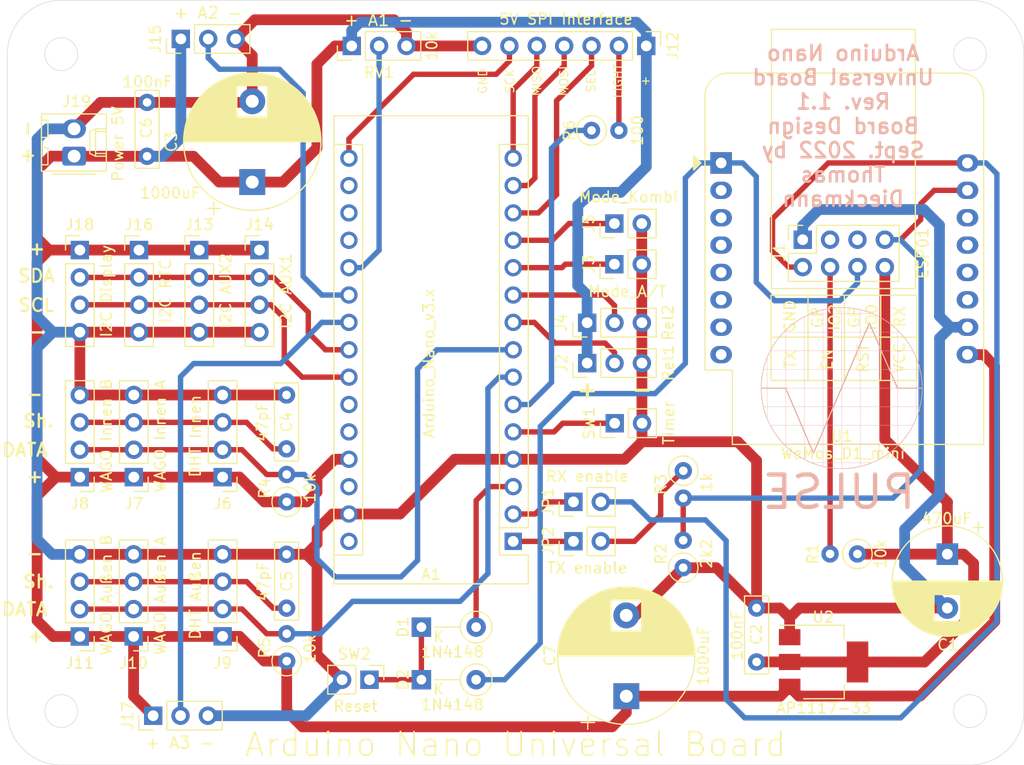
<source format=kicad_pcb>
(kicad_pcb (version 20211014) (generator pcbnew)
  (title_block (title "Taupunkt Lüfter II") (date "2022-09-01") (rev "1.0") (company "PULSE"))
  (layers (0 "F.Cu" signal) (31 "B.Cu" signal) (34 "B.Paste" user) (35 "F.Paste" user) (36 "B.SilkS" user "B.Silkscreen") (37 "F.SilkS" user "F.Silkscreen") (38 "B.Mask" user) (39 "F.Mask" user) (44 "Edge.Cuts" user))
  (net 0 "")
  (net 1 "Net-(D1-Pad1)")
  (net 2 "Net-(A1-Pad1)")
  (net 3 "Net-(A1-Pad2)")
  (net 4 "Net-(A1-Pad5)")
  (net 5 "Net-(A1-Pad3)")
  (net 6 "Net-(A1-Pad7)")
  (net 7 "Net-(A1-Pad8)")
  (net 8 "Net-(A1-Pad9)")
  (net 9 "Net-(A1-Pad10)")
  (net 10 "Net-(A1-Pad11)")
  (net 11 "Net-(A1-Pad29)")
  (net 12 "Net-(A1-Pad6)")
  (net 13 "Net-(A1-Pad12)")
  (net 14 "Net-(A1-Pad13)")
  (net 18 "Net-(A1-Pad20)")
  (net 19 "Net-(A1-Pad21)")
  (net 20 "Net-(A1-Pad22)")
  (net 21 "Net-(A1-Pad23)")
  (net 22 "Net-(A1-Pad24)")
  (net 25 "Net-(A1-Pad27)")
  (net 27 "Net-(C4-Pad2)")
  (net 28 "Net-(D2-Pad2)")
  (net 31 "Net-(JP2-Pad2)")
  (net 43 "Net-(J1-Pad2)")
  (net 44 "Net-(J1-Pad4)")
  (net 45 "Net-(A1-Pad14)")
  (net 46 "Net-(A1-Pad15)")
  (net 48 "Net-(A1-Pad16)")
  (net 49 "Net-(J1-Pad7)")
  (net 50 "Net-(J12-Pad2)")
  (net 51 "Net-(C1-Pad1)")
  (net 52 "Net-(C5-Pad2)")
  (footprint "Module:Arduino_Nano" (layer "F.Cu") (at 66.294 63.754 180)
    (fp_text reference "A1")
    (fp_text value "Arduino_Nano_v3.x")
  )
  (footprint "Connector_PinHeader_2.54mm:PinHeader_1x07_P2.54mm_Vertical" (layer "F.Cu") (at 78.645 17.78 -90)
    (fp_text reference "J12")
    (fp_text value "5V SPI Interface")
  )
  (footprint "Connector_Molex:Molex_KK-254_AE-6410-02A_1x02_P2.54mm_Vertical" (layer "F.Cu") (at 25.55 28.01 90)
    (fp_text reference "J19")
    (fp_text value "Power 5V")
  )
  (footprint "Capacitor_THT:C_Rect_L7.0mm_W2.0mm_P5.00mm" (layer "F.Cu") (at 45.26 50.17 -90)
    (fp_text reference "C4")
    (fp_text value "47pF")
  )
  (footprint "Capacitor_THT:CP_Radial_D12.5mm_P7.50mm" (layer "F.Cu") (at 76.79 78.12 90)
    (fp_text reference "C7")
    (fp_text value "1000uF")
  )
  (footprint "Connector_PinHeader_2.54mm:PinHeader_1x02_P2.54mm_Vertical" (layer "F.Cu") (at 71.885 63.75 90)
    (fp_text reference "JP2")
    (fp_text value "TX enable")
  )
  (footprint "Connector_PinHeader_2.54mm:PinHeader_1x02_P2.54mm_Vertical" (layer "F.Cu") (at 75.71 52.79 90)
    (fp_text reference "SW1")
    (fp_text value "Timer")
  )
  (footprint "Connector_PinSocket_2.54mm:PinSocket_2x04_P2.54mm_Vertical" (layer "F.Cu") (at 93.16 35.76 90)
    (fp_text reference "J1")
    (fp_text value "ESP01")
  )
  (footprint "Connector_PinHeader_2.54mm:PinHeader_1x03_P2.54mm_Vertical" (layer "F.Cu") (at 73.155 43.46 90)
    (fp_text reference "J4")
    (fp_text value "Rel2")
  )
  (footprint "Resistor_THT:R_Axial_DIN0207_L6.3mm_D2.5mm_P2.54mm_Vertical" (layer "F.Cu") (at 82.08 57.2 -90)
    (fp_text reference "R3")
    (fp_text value "1k")
  )
  (footprint "Resistor_THT:R_Axial_DIN0207_L6.3mm_D2.5mm_P2.54mm_Vertical" (layer "F.Cu") (at 45.279 74.863 90)
    (fp_text reference "R5")
    (fp_text value "10k")
  )
  (footprint "Resistor_THT:R_Axial_DIN0207_L6.3mm_D2.5mm_P2.54mm_Vertical" (layer "F.Cu") (at 73.565 25.62)
    (fp_text reference "R6")
    (fp_text value "100")
  )
  (footprint "Diode_THT:D_A-405_P5.08mm_Vertical_KathodeUp" (layer "F.Cu") (at 57.775 76.59)
    (fp_text reference "D2")
    (fp_text value "1N4148")
  )
  (footprint "Capacitor_THT:C_Rect_L7.0mm_W2.0mm_P5.00mm" (layer "F.Cu") (at 32.32 28.02 90)
    (fp_text reference "C6")
    (fp_text value "100nF")
  )
  (footprint "Capacitor_THT:C_Rect_L7.0mm_W2.0mm_P5.00mm" (layer "F.Cu") (at 45.27 64.95 -90)
    (fp_text reference "C5")
    (fp_text value "47pF")
  )
  (footprint "Connector_PinHeader_2.54mm:PinHeader_1x04_P2.54mm_Vertical" (layer "F.Cu") (at 31.07 72.576 180)
    (fp_text reference "J10")
    (fp_text value "WAGO Außen A")
  )
  (footprint "Connector_PinHeader_2.54mm:PinHeader_1x04_P2.54mm_Vertical" (layer "F.Cu") (at 39.33 72.57 180)
    (fp_text reference "J9")
    (fp_text value "DHT Außen")
  )
  (footprint "Capacitor_THT:CP_Radial_D10.0mm_P5.00mm" (layer "F.Cu") (at 106.58 64.94 -90)
    (fp_text reference "C1")
    (fp_text value "470uF")
  )
  (footprint "Connector_PinHeader_2.54mm:PinHeader_1x04_P2.54mm_Vertical" (layer "F.Cu") (at 37.162 36.72)
    (fp_text reference "J13")
    (fp_text value "I2C AUX2")
  )
  (footprint "Connector_PinHeader_2.54mm:PinHeader_1x02_P2.54mm_Vertical" (layer "F.Cu") (at 71.885 60.09 90)
    (fp_text reference "JP1")
    (fp_text value "RX enable")
  )
  (footprint "Connector_PinHeader_2.54mm:PinHeader_1x02_P2.54mm_Vertical" (layer "F.Cu") (at 52.96 76.59 -90)
    (fp_text reference "SW2")
    (fp_text value "Reset")
  )
  (footprint "Package_TO_SOT_SMD:SOT-223-3_TabPin2" (layer "F.Cu") (at 95.098 74.944)
    (fp_text reference "U2")
    (fp_text value "AP1117-33")
  )
  (footprint "Connector_PinHeader_2.54mm:PinHeader_1x04_P2.54mm_Vertical" (layer "F.Cu") (at 39.33 57.79 180)
    (fp_text reference "J6")
    (fp_text value "DHT Innen")
  )
  (footprint "Connector_PinHeader_2.54mm:PinHeader_1x04_P2.54mm_Vertical" (layer "F.Cu") (at 42.75 36.72)
    (fp_text reference "J14")
    (fp_text value "I2C AUX1")
  )
  (footprint "Connector_PinHeader_2.54mm:PinHeader_1x04_P2.54mm_Vertical" (layer "F.Cu") (at 26.08 57.79 180)
    (fp_text reference "J8")
    (fp_text value "WAGO Innen B")
  )
  (footprint "Diode_THT:D_A-405_P5.08mm_Vertical_KathodeUp" (layer "F.Cu") (at 57.775 71.71)
    (fp_text reference "D1")
    (fp_text value "1N4148")
  )
  (footprint "Capacitor_THT:CP_Radial_D12.5mm_P7.50mm" (layer "F.Cu") (at 42.08 30.413959 90)
    (fp_text reference "C3")
    (fp_text value "1000uF")
  )
  (footprint "Connector_PinHeader_2.54mm:PinHeader_1x04_P2.54mm_Vertical" (layer "F.Cu") (at 26.084 36.72)
    (fp_text reference "J18")
    (fp_text value "I2C Display")
  )
  (footprint "Connector_PinHeader_2.54mm:PinHeader_1x02_P2.54mm_Vertical" (layer "F.Cu") (at 75.685 38.03 90)
    (fp_text reference "J3")
    (fp_text value "Mode_A/T")
  )
  (footprint "Connector_PinHeader_2.54mm:PinHeader_1x04_P2.54mm_Vertical" (layer "F.Cu") (at 31.09 57.79 180)
    (fp_text reference "J7")
    (fp_text value "WAGO Innen A")
  )
  (footprint "Resistor_THT:R_Axial_DIN0207_L6.3mm_D2.5mm_P2.54mm_Vertical" (layer "F.Cu") (at 82.07 66.195 90)
    (fp_text reference "R2")
    (fp_text value "2k2")
  )
  (footprint "Module:WEMOS_D1_mini_light" (layer "F.Cu") (at 85.59 28.64)
    (fp_text reference "U1")
    (fp_text value "WeMos_D1_mini")
  )
  (footprint "Connector_PinHeader_2.54mm:PinHeader_1x03_P2.54mm_Vertical" (layer "F.Cu") (at 32.885 79.93 90)
    (fp_text reference "J17")
    (fp_text value "+ A3 -")
  )
  (footprint "Connector_PinHeader_2.54mm:PinHeader_1x02_P2.54mm_Vertical" (layer "F.Cu") (at 75.685 34.26 90)
    (fp_text reference "J5")
    (fp_text value "Mode_Kombi")
  )
  (footprint "Resistor_THT:R_Axial_DIN0207_L6.3mm_D2.5mm_P2.54mm_Vertical" (layer "F.Cu") (at 98.24 64.92 180)
    (fp_text reference "R1")
    (fp_text value "10k")
  )
  (footprint "Connector_PinHeader_2.54mm:PinHeader_1x03_P2.54mm_Vertical" (layer "F.Cu") (at 73.16 47.21 90)
    (fp_text reference "J2")
    (fp_text value "Rel1")
  )
  (footprint "Connector_PinHeader_2.54mm:PinHeader_1x04_P2.54mm_Vertical" (layer "F.Cu") (at 31.574 36.72)
    (fp_text reference "J16")
    (fp_text value "I2C RTC")
  )
  (footprint "Connector_PinHeader_2.54mm:PinHeader_1x03_P2.54mm_Vertical" (layer "F.Cu") (at 51.31 17.78 90)
    (fp_text reference "RV1")
    (fp_text value "10k")
  )
  (footprint "Connector_PinHeader_2.54mm:PinHeader_1x03_P2.54mm_Vertical" (layer "F.Cu") (at 35.455 17.13 90)
    (fp_text reference "J15")
    (fp_text value "+ A2 -")
  )
  (footprint "Capacitor_THT:C_Rect_L7.0mm_W2.0mm_P5.00mm" (layer "F.Cu") (at 88.88 69.94 -90)
    (fp_text reference "C2")
    (fp_text value "100nF")
  )
  (footprint "Connector_PinHeader_2.54mm:PinHeader_1x04_P2.54mm_Vertical" (layer "F.Cu") (at 26.08 72.58 180)
    (fp_text reference "J11")
    (fp_text value "WAGO Außen B")
  )
  (footprint "Resistor_THT:R_Axial_DIN0207_L6.3mm_D2.5mm_P2.54mm_Vertical" (layer "F.Cu") (at 45.279 60.087 90)
    (fp_text reference "R4")
    (fp_text value "10k")
  )
  (footprint "Logos:PULSE_Logo_15x15mm" (layer "B.Cu") (at 96.774 49.53 180)
    (fp_text reference "G***" hide)
    (fp_text value "LOGO" hide)
  )
  (gr_rect (start 90.22 40.91) (end 103.76 48.82) (layer "F.SilkS") (width 0.12) (fill none))
  (gr_line (start 90.23 44.8) (end 103.76 44.8) (layer "F.SilkS") (width 0.12))
  (gr_line (start 97.03 40.92) (end 97.04 48.81) (layer "F.SilkS") (width 0.12))
  (gr_rect (start 103.61 40.295) (end 90.26 16.245) (layer "F.SilkS") (width 0.12) (fill none))
  (gr_line (start 93.65 40.92) (end 93.65 48.82) (layer "F.SilkS") (width 0.12))
  (gr_line (start 100.4 40.92) (end 100.4 48.82) (layer "F.SilkS") (width 0.12))
  (gr_circle (center 108.683 18.542) (end 108.683 20.066) (layer "Edge.Cuts") (width 0.05) (fill none))
  (gr_arc (start 108.683 13.542) (mid 112.218534 15.006466) (end 113.683 18.542) (layer "Edge.Cuts") (width 0.05))
  (gr_circle (center 24.355 79.502) (end 24.355 81.026) (layer "Edge.Cuts") (width 0.05) (fill none))
  (gr_line (start 19.355 18.542) (end 19.355 79.502) (layer "Edge.Cuts") (width 0.05))
  (gr_arc (start 24.355 84.502) (mid 20.819466 83.037534) (end 19.355 79.502) (layer "Edge.Cuts") (width 0.05))
  (gr_circle (center 24.355 18.542) (end 24.355 20.066) (layer "Edge.Cuts") (width 0.05) (fill none))
  (gr_line (start 24.355 84.502) (end 108.683 84.502) (layer "Edge.Cuts") (width 0.05))
  (gr_line (start 24.355 13.542) (end 108.683 13.542) (layer "Edge.Cuts") (width 0.05))
  (gr_line (start 113.683 18.542) (end 113.683 79.502) (layer "Edge.Cuts") (width 0.05))
  (gr_arc (start 19.355 18.542) (mid 20.819466 15.006466) (end 24.355 13.542) (layer "Edge.Cuts") (width 0.05))
  (gr_arc (start 113.683 79.502) (mid 112.218534 83.037534) (end 108.683 84.502) (layer "Edge.Cuts") (width 0.05))
  (gr_circle (center 108.683 79.502) (end 108.683 81.026) (layer "Edge.Cuts") (width 0.05) (fill none))
  (gr_text "PULSE" (at 96.52 59.182) (layer "B.SilkS") (effects (font (size 3 3) (thickness 0.4)) (justify mirror)))
  (gr_text "Arduino Nano\nUniversal Board\nRev. 1.1\nBoard Design\nSept. 2022 by\nThomas\nDieckmann" (at 96.91 25.21) (layer "B.SilkS") (effects (font (size 1.4 1.4) (thickness 0.25)) (justify mirror)))
  (gr_text "RX" (at 102.14 42.91 90) (layer "F.SilkS") (effects (font (size 1 1))))
  (gr_text "+" (at 73.18 49.68) (layer "F.SilkS") (effects (font (size 1.5 1.5) (thickness 0.3))))
  (gr_text "- +" (at 21.34 26.72 270) (layer "F.SilkS") (effects (font (size 1.25 1.25) (thickness 0.22))))
  (gr_text "+" (at 22.19 36.66 270) (layer "F.SilkS") (effects (font (size 1.2 1.2) (thickness 0.22))))
  (gr_text "-" (at 21.88 50.25 180) (layer "F.SilkS") (effects (font (size 1.2 1.2) (thickness 0.22))))
  (gr_text "Sh." (at 22.25 52.58) (layer "F.SilkS") (effects (font (size 1.2 1.2) (thickness 0.22))))
  (gr_text "DATA	\n" (at 23.54 70.06) (layer "F.SilkS") (effects (font (size 1.2 1.2) (thickness 0.22))))
  (gr_text "GND\n\nSCK\n\nMISO\n\nMOSI\n\nSEL\n\nLIGHT\n\n+" (at 71.01 21.04 90) (layer "F.SilkS") (effects (font (size 0.78 0.78) (thickness 0.11))))
  (gr_text "Arduino Nano Universal Board" (at 66.51 82.59) (layer "F.SilkS") (effects (font (size 2.2 2.2))))
  (gr_text "SCL" (at 22.04 41.83) (layer "F.SilkS") (effects (font (size 1.2 1.2) (thickness 0.2))))
  (gr_text "SDA" (at 22.04 39.12) (layer "F.SilkS") (effects (font (size 1.2 1.2) (thickness 0.2))))
  (gr_text "TX" (at 92.01 46.87 90) (layer "F.SilkS") (effects (font (size 1 1))))
  (gr_text "-" (at 78.26 49.62) (layer "F.SilkS") (effects (font (size 1.5 1.5) (thickness 0.3))))
  (gr_text "EN" (at 95.43 46.88 90) (layer "F.SilkS") (effects (font (size 1 1))))
  (gr_text "DATA	\n" (at 23.55 55.27) (layer "F.SilkS") (effects (font (size 1.2 1.2) (thickness 0.22))))
  (gr_text "GND" (at 91.98 42.87 90) (layer "F.SilkS") (effects (font (size 1 1))))
  (gr_text "RST" (at 98.78 46.78 90) (layer "F.SilkS") (effects (font (size 1 1))))
  (gr_text "GP\nIO2" (at 95.33 42.97 90) (layer "F.SilkS") (effects (font (size 1 1))))
  (gr_text "VCC" (at 102.14 46.71 90) (layer "F.SilkS") (effects (font (size 1 1))))
  (gr_text "-" (at 22.15 44.45 180) (layer "F.SilkS") (effects (font (size 1.2 1.2) (thickness 0.22))))
  (gr_text "GP\nIO0" (at 98.75 42.96 90) (layer "F.SilkS") (effects (font (size 1 1))))
  (gr_text "+ A1 -" (at 53.81 15.37) (layer "F.SilkS") (effects (font (size 1.1 1.1))))
  (gr_text "+" (at 22.1 72.59 270) (layer "F.SilkS") (effects (font (size 1.2 1.2) (thickness 0.22))))
  (gr_text "+" (at 21.99 57.8 270) (layer "F.SilkS") (effects (font (size 1.2 1.2) (thickness 0.22))))
  (gr_text "Sh." (at 22.25 67.49) (layer "F.SilkS") (effects (font (size 1.2 1.2) (thickness 0.22))))
  (gr_text "-" (at 21.89 65.03 180) (layer "F.SilkS") (effects (font (size 1.2 1.2) (thickness 0.22))))
  (segment (start 52.96 76.59) (end 57.775 76.59) (width 0.5) (layer "F.Cu") (net 1))
  (segment (start 57.775 76.59) (end 57.775 71.71) (width 0.5) (layer "F.Cu") (net 1))
  (segment (start 66.294 63.754) (end 71.881 63.754) (width 0.5) (layer "F.Cu") (net 2))
  (segment (start 71.881 63.754) (end 71.885 63.75) (width 0.25) (layer "F.Cu") (net 2))
  (segment (start 69.46 60.09) (end 71.885 60.09) (width 0.5) (layer "F.Cu") (net 3))
  (segment (start 68.336 61.214) (end 69.46 60.09) (width 0.5) (layer "F.Cu") (net 3))
  (segment (start 66.294 61.214) (end 68.336 61.214) (width 0.5) (layer "F.Cu") (net 3))
  (segment (start 66.294 53.594) (end 70.086 53.594) (width 0.5) (layer "F.Cu") (net 4))
  (segment (start 70.89 52.79) (end 75.71 52.79) (width 0.5) (layer "F.Cu") (net 4))
  (segment (start 70.086 53.594) (end 70.89 52.79) (width 0.5) (layer "F.Cu") (net 4))
  (segment (start 62.855 59.955) (end 62.855 71.71) (width 0.5) (layer "F.Cu") (net 5))
  (segment (start 66.294 58.674) (end 64.136 58.674) (width 0.5) (layer "F.Cu") (net 5))
  (segment (start 64.136 58.674) (end 62.855 59.955) (width 0.5) (layer "F.Cu") (net 5))
  (segment (start 43.423 72.323) (end 45.279 72.323) (width 0.5) (layer "F.Cu") (net 6))
  (segment (start 41.13 70.03) (end 43.423 72.323) (width 0.5) (layer "F.Cu") (net 6))
  (segment (start 31.07 70.036) (end 39.324 70.036) (width 0.5) (layer "F.Cu") (net 6))
  (segment (start 26.08 70.04) (end 31.066 70.04) (width 0.5) (layer "F.Cu") (net 6))
  (segment (start 39.324 70.036) (end 39.33 70.03) (width 0.25) (layer "F.Cu") (net 6))
  (segment (start 39.33 70.03) (end 41.13 70.03) (width 0.5) (layer "F.Cu") (net 6))
  (segment (start 51.4 69.32) (end 48.397 72.323) (width 0.5) (layer "B.Cu") (net 6))
  (segment (start 48.397 72.323) (end 45.279 72.323) (width 0.5) (layer "B.Cu") (net 6))
  (segment (start 63.95 49.56) (end 63.95 66.74) (width 0.5) (layer "B.Cu") (net 6))
  (segment (start 63.95 66.74) (end 61.37 69.32) (width 0.5) (layer "B.Cu") (net 6))
  (segment (start 61.37 69.32) (end 51.4 69.32) (width 0.5) (layer "B.Cu") (net 6))
  (segment (start 66.294 48.514) (end 64.996 48.514) (width 0.5) (layer "B.Cu") (net 6))
  (segment (start 64.996 48.514) (end 63.95 49.56) (width 0.5) (layer "B.Cu") (net 6))
  (segment (start 31.09 55.25) (end 39.33 55.25) (width 0.5) (layer "F.Cu") (net 7))
  (segment (start 41.13 55.25) (end 43.427 57.547) (width 0.5) (layer "F.Cu") (net 7))
  (segment (start 43.427 57.547) (end 45.279 57.547) (width 0.5) (layer "F.Cu") (net 7))
  (segment (start 39.33 55.25) (end 41.13 55.25) (width 0.5) (layer "F.Cu") (net 7))
  (segment (start 26.08 55.25) (end 31.09 55.25) (width 0.5) (layer "F.Cu") (net 7))
  (segment (start 57.42 47.75) (end 59.196 45.974) (width 0.5) (layer "B.Cu") (net 7))
  (segment (start 48.09 65.36) (end 49.78 67.05) (width 0.5) (layer "B.Cu") (net 7))
  (segment (start 48.09 58.73) (end 48.09 65.36) (width 0.5) (layer "B.Cu") (net 7))
  (segment (start 55.88 67.05) (end 57.42 65.51) (width 0.5) (layer "B.Cu") (net 7))
  (segment (start 49.78 67.05) (end 55.88 67.05) (width 0.5) (layer "B.Cu") (net 7))
  (segment (start 59.196 45.974) (end 66.294 45.974) (width 0.5) (layer "B.Cu") (net 7))
  (segment (start 45.279 57.547) (end 46.907 57.547) (width 0.5) (layer "B.Cu") (net 7))
  (segment (start 57.42 65.51) (end 57.42 47.75) (width 0.5) (layer "B.Cu") (net 7))
  (segment (start 46.907 57.547) (end 48.09 58.73) (width 0.5) (layer "B.Cu") (net 7))
  (segment (start 68.254 43.434) (end 70.17 45.35) (width 0.5) (layer "F.Cu") (net 8))
  (segment (start 66.294 43.434) (end 68.254 43.434) (width 0.5) (layer "F.Cu") (net 8))
  (segment (start 74.82 45.35) (end 75.7 46.23) (width 0.5) (layer "F.Cu") (net 8))
  (segment (start 70.17 45.35) (end 74.82 45.35) (width 0.5) (layer "F.Cu") (net 8))
  (segment (start 75.7 46.23) (end 75.7 47.21) (width 0.5) (layer "F.Cu") (net 8))
  (segment (start 75.7 41.87) (end 75.695 41.875) (width 0.25) (layer "F.Cu") (net 9))
  (segment (start 74.724 40.894) (end 75.7 41.87) (width 0.5) (layer "F.Cu") (net 9))
  (segment (start 66.294 40.894) (end 74.724 40.894) (width 0.5) (layer "F.Cu") (net 9))
  (segment (start 75.695 41.875) (end 75.695 43.46) (width 0.5) (layer "F.Cu") (net 9))
  (segment (start 66.294 38.354) (end 70.816 38.354) (width 0.5) (layer "F.Cu") (net 10))
  (segment (start 70.816 38.354) (end 71.14 38.03) (width 0.5) (layer "F.Cu") (net 10))
  (segment (start 71.14 38.03) (end 75.685 38.03) (width 0.5) (layer "F.Cu") (net 10))
  (segment (start 39.33 50.17) (end 45.26 50.17) (width 1) (layer "F.Cu") (net 11))
  (segment (start 32.32 23.02) (end 41.973959 23.02) (width 1) (layer "F.Cu") (net 11))
  (segment (start 60.866 56.134) (end 66.294 56.134) (width 1) (layer "F.Cu") (net 11))
  (segment (start 42.315 15.35) (end 40.535 17.13) (width 1) (layer "F.Cu") (net 11))
  (segment (start 85.135 66.195) (end 88.88 69.94) (width 1) (layer "F.Cu") (net 11))
  (segment (start 55.786 61.214) (end 60.866 56.134) (width 1) (layer "F.Cu") (net 11))
  (segment (start 50.42 76.59) (end 48.09 74.26) (width 1) (layer "F.Cu") (net 11))
  (segment (start 78.235 43.46) (end 78.235 47.205) (width 1) (layer "F.Cu") (net 11))
  (segment (start 26.084 50.166) (end 26.08 50.17) (width 0.25) (layer "F.Cu") (net 11))
  (segment (start 48.1 63.96) (end 48.1 62.65) (width 1) (layer "F.Cu") (net 11))
  (segment (start 41.973959 23.02) (end 42.08 22.913959) (width 1) (layer "F.Cu") (net 11))
  (segment (start 56.39 16.51) (end 55.23 15.35) (width 1) (layer "F.Cu") (net 11))
  (segment (start 77.645 70.62) (end 76.79 70.62) (width 1) (layer "F.Cu") (net 11))
  (segment (start 42.08 18.675) (end 40.535 17.13) (width 1) (layer "F.Cu") (net 11))
  (segment (start 82.07 66.195) (end 85.135 66.195) (width 1) (layer "F.Cu") (net 11))
  (segment (start 26.08 50.17) (end 31.09 50.17) (width 1) (layer "F.Cu") (net 11))
  (segment (start 55.23 15.35) (end 42.315 15.35) (width 1) (layer "F.Cu") (net 11))
  (segment (start 31.574 44.34) (end 37.162 44.34) (width 1) (layer "F.Cu") (net 11))
  (segment (start 91.05 69.94) (end 91.95 70.84) (width 1) (layer "F.Cu") (net 11))
  (segment (start 92.85 69.94) (end 91.95 70.84) (width 1) (layer "F.Cu") (net 11))
  (segment (start 48.09 65.93) (end 47.11 64.95) (width 1) (layer "F.Cu") (net 11))
  (segment (start 28 23.02) (end 32.32 23.02) (width 1) (layer "F.Cu") (net 11))
  (segment (start 76.626 56.134) (end 78.25 54.51) (width 1) (layer "F.Cu") (net 11))
  (segment (start 88.88 69.94) (end 91.05 69.94) (width 1) (layer "F.Cu") (net 11))
  (segment (start 56.39 17.78) (end 63.405 17.78) (width 1) (layer "F.Cu") (net 11))
  (segment (start 78.225 43.45) (end 78.235 43.46) (width 0.25) (layer "F.Cu") (net 11))
  (segment (start 78.225 38.03) (end 78.225 43.45) (width 1) (layer "F.Cu") (net 11))
  (segment (start 66.294 56.134) (end 76.626 56.134) (width 1) (layer "F.Cu") (net 11))
  (segment (start 31.09 50.17) (end 39.33 50.17) (width 1) (layer "F.Cu") (net 11))
  (segment (start 78.25 54.51) (end 78.25 52.79) (width 1) (layer "F.Cu") (net 11))
  (segment (start 82.07 66.195) (end 77.645 70.62) (width 1) (layer "F.Cu") (net 11))
  (segment (start 106.58 69.94) (end 92.85 69.94) (width 1) (layer "F.Cu") (net 11))
  (segment (start 47.11 64.95) (end 48.1 63.96) (width 1) (layer "F.Cu") (net 11))
  (segment (start 78.25 54.51) (end 87.13 54.51) (width 1) (layer "F.Cu") (net 11))
  (segment (start 45.27 64.95) (end 47.11 64.95) (width 1) (layer "F.Cu") (net 11))
  (segment (start 26.084 44.34) (end 26.084 50.166) (width 1) (layer "F.Cu") (net 11))
  (segment (start 26.08 64.96) (end 31.066 64.96) (width 1) (layer "F.Cu") (net 11))
  (segment (start 88.88 56.26) (end 88.88 69.94) (width 1) (layer "F.Cu") (net 11))
  (segment (start 37.162 44.34) (end 42.75 44.34) (width 1) (layer "F.Cu") (net 11))
  (segment (start 31.07 64.956) (end 39.324 64.956) (width 1) (layer "F.Cu") (net 11))
  (segment (start 48.09 74.26) (end 48.09 65.93) (width 1) (layer "F.Cu") (net 11))
  (segment (start 48.1 62.65) (end 49.536 61.214) (width 1) (layer "F.Cu") (net 11))
  (segment (start 25.55 25.47) (end 28 23.02) (width 1) (layer "F.Cu") (net 11))
  (segment (start 39.33 64.95) (end 45.27 64.95) (width 1) (layer "F.Cu") (net 11))
  (segment (start 87.13 54.51) (end 88.88 56.26) (width 1) (layer "F.Cu") (net 11))
  (segment (start 39.324 64.956) (end 39.33 64.95) (width 0.25) (layer "F.Cu") (net 11))
  (segment (start 91.948 70.842) (end 91.948 72.644) (width 1) (layer "F.Cu") (net 11))
  (segment (start 51.054 61.214) (end 55.786 61.214) (width 1) (layer "F.Cu") (net 11))
  (segment (start 42.08 22.913959) (end 42.08 18.675) (width 1) (layer "F.Cu") (net 11))
  (segment (start 49.536 61.214) (end 51.054 61.214) (width 1) (layer "F.Cu") (net 11))
  (segment (start 26.084 44.34) (end 31.574 44.34) (width 1) (layer "F.Cu") (net 11))
  (segment (start 78.24 47.21) (end 78.24 52.78) (width 1) (layer "F.Cu") (net 11))
  (segment (start 78.225 34.26) (end 78.225 38.03) (width 1) (layer "F.Cu") (net 11))
  (segment (start 78.24 52.78) (end 78.25 52.79) (width 0.25) (layer "F.Cu") (net 11))
  (segment (start 56.39 17.78) (end 56.39 16.51) (width 1) (layer "F.Cu") (net 11))
  (segment (start 22.12 26.41) (end 23.06 25.47) (width 1) (layer "B.Cu") (net 11))
  (segment (start 108.45 43.88) (end 106.87 43.88) (width 1) (layer "B.Cu") (net 11))
  (segment (start 106.87 43.88) (end 105.85 42.86) (width 1) (layer "B.Cu") (net 11))
  (segment (start 104.4 32.96) (end 94.65 32.96) (width 1) (layer "B.Cu") (net 11))
  (segment (start 23.58 44.34) (end 22.12 42.88) (width 1) (layer "B.Cu") (net 11))
  (segment (start 94.65 32.96) (end 93.16 34.45) (width 1) (layer "B.Cu") (net 11))
  (segment (start 22.12 42.88) (end 22.12 26.41) (width 1) (layer "B.Cu") (net 11))
  (segment (start 102.62 62.64) (end 102.62 65.98) (width 1) (layer "B.Cu") (net 11))
  (segment (start 22.11 45.81) (end 22.11 63.55) (width 1) (layer "B.Cu") (net 11))
  (segment (start 37.965 79.93) (end 47.08 79.93) (width 1) (layer "B.Cu") (net 11))
  (segment (start 105.86 44.89) (end 105.86 59.4) (width 1) (layer "B.Cu") (net 11))
  (segment (start 105.86 59.4) (end 102.62 62.64) (width 1) (layer "B.Cu") (net 11))
  (segment (start 106.87 43.88) (end 105.86 44.89) (width 1) (layer "B.Cu") (net 11))
  (segment (start 105.85 42.86) (end 105.85 34.41) (width 1) (layer "B.Cu") (net 11))
  (segment (start 105.85 34.41) (end 104.4 32.96) (width 1) (layer "B.Cu") (net 11))
  (segment (start 23.06 25.47) (end 25.55 25.47) (width 1) (layer "B.Cu") (net 11))
  (segment (start 26.084 44.34) (end 23.58 44.34) (width 1) (layer "B.Cu") (net 11))
  (segment (start 22.11 63.55) (end 23.52 64.96) (width 1) (layer "B.Cu") (net 11))
  (segment (start 93.16 34.45) (end 93.16 35.76) (width 1) (layer "B.Cu") (net 11))
  (segment (start 47.08 79.93) (end 50.42 76.59) (width 1) (layer "B.Cu") (net 11))
  (segment (start 102.62 65.98) (end 106.58 69.94) (width 1) (layer "B.Cu") (net 11))
  (segment (start 23.58 44.34) (end 22.11 45.81) (width 1) (layer "B.Cu") (net 11))
  (segment (start 23.52 64.96) (end 26.08 64.96) (width 1) (layer "B.Cu") (net 11))
  (segment (start 69.85 49) (end 67.796 51.054) (width 0.5) (layer "B.Cu") (net 12))
  (segment (start 67.796 51.054) (end 66.294 51.054) (width 0.5) (layer "B.Cu") (net 12))
  (segment (start 73.565 25.62) (end 71.51 25.62) (width 0.5) (layer "B.Cu") (net 12))
  (segment (start 69.85 27.28) (end 69.85 49) (width 0.5) (layer "B.Cu") (net 12))
  (segment (start 71.51 25.62) (end 69.85 27.28) (width 0.5) (layer "B.Cu") (net 12))
  (segment (start 71.48 34.26) (end 75.685 34.26) (width 0.5) (layer "F.Cu") (net 13))
  (segment (start 69.926 35.814) (end 71.48 34.26) (width 0.5) (layer "F.Cu") (net 13))
  (segment (start 66.294 35.814) (end 69.926 35.814) (width 0.5) (layer "F.Cu") (net 13))
  (segment (start 70.32 22.86) (end 70.32 31.59) (width 0.5) (layer "F.Cu") (net 14))
  (segment (start 73.565 19.615) (end 70.32 22.86) (width 0.5) (layer "F.Cu") (net 14))
  (segment (start 68.636 33.274) (end 66.294 33.274) (width 0.5) (layer "F.Cu") (net 14))
  (segment (start 70.32 31.59) (end 68.636 33.274) (width 0.5) (layer "F.Cu") (net 14))
  (segment (start 73.565 17.78) (end 73.565 19.615) (width 0.5) (layer "F.Cu") (net 14))
  (segment (start 51.054 38.354) (end 52.232 38.354) (width 0.5) (layer "B.Cu") (net 18))
  (segment (start 52.232 38.354) (end 53.85 36.736) (width 0.5) (layer "B.Cu") (net 18))
  (segment (start 53.85 36.736) (end 53.85 17.78) (width 0.5) (layer "B.Cu") (net 18))
  (segment (start 48.534 40.894) (end 51.054 40.894) (width 0.5) (layer "B.Cu") (net 19))
  (segment (start 37.995 18.9) (end 38 18.9) (width 0.5) (layer "B.Cu") (net 19))
  (segment (start 38 18.9) (end 39.04 19.94) (width 0.5) (layer "B.Cu") (net 19))
  (segment (start 44.6 19.94) (end 46.8 22.14) (width 0.5) (layer "B.Cu") (net 19))
  (segment (start 39.04 19.94) (end 44.6 19.94) (width 0.5) (layer "B.Cu") (net 19))
  (segment (start 46.8 22.14) (end 46.8 39.16) (width 0.5) (layer "B.Cu") (net 19))
  (segment (start 46.8 39.16) (end 48.534 40.894) (width 0.5) (layer "B.Cu") (net 19))
  (segment (start 37.995 17.13) (end 37.995 18.9) (width 0.5) (layer "B.Cu") (net 19))
  (segment (start 36.65 47.25) (end 35.425 48.475) (width 0.5) (layer "B.Cu") (net 20))
  (segment (start 35.425 48.475) (end 35.425 79.93) (width 0.5) (layer "B.Cu") (net 20))
  (segment (start 48.534 43.434) (end 48.534 43.436) (width 0.5) (layer "B.Cu") (net 20))
  (segment (start 48.534 43.436) (end 44.72 47.25) (width 0.5) (layer "B.Cu") (net 20))
  (segment (start 44.72 47.25) (end 36.65 47.25) (width 0.5) (layer "B.Cu") (net 20))
  (segment (start 51.054 43.434) (end 48.534 43.434) (width 0.5) (layer "B.Cu") (net 20))
  (segment (start 44.05 39.26) (end 47.28 42.49) (width 0.5) (layer "F.Cu") (net 21))
  (segment (start 42.75 39.26) (end 44.05 39.26) (width 0.5) (layer "F.Cu") (net 21))
  (segment (start 48.874 45.974) (end 51.054 45.974) (width 0.5) (layer "F.Cu") (net 21))
  (segment (start 26.084 39.26) (end 31.574 39.26) (width 0.5) (layer "F.Cu") (net 21))
  (segment (start 47.28 42.49) (end 47.28 44.38) (width 0.5) (layer "F.Cu") (net 21))
  (segment (start 47.28 44.38) (end 48.874 45.974) (width 0.5) (layer "F.Cu") (net 21))
  (segment (start 37.162 39.26) (end 42.75 39.26) (width 0.5) (layer "F.Cu") (net 21))
  (segment (start 31.574 39.26) (end 37.162 39.26) (width 0.5) (layer "F.Cu") (net 21))
  (segment (start 45.05 43.05) (end 45.05 46.86) (width 0.5) (layer "F.Cu") (net 22))
  (segment (start 37.162 41.8) (end 42.75 41.8) (width 0.5) (layer "F.Cu") (net 22))
  (segment (start 43.8 41.8) (end 45.05 43.05) (width 0.5) (layer "F.Cu") (net 22))
  (segment (start 45.05 46.86) (end 46.704 48.514) (width 0.5) (layer "F.Cu") (net 22))
  (segment (start 46.704 48.514) (end 51.054 48.514) (width 0.5) (layer "F.Cu") (net 22))
  (segment (start 26.084 41.8) (end 31.574 41.8) (width 0.5) (layer "F.Cu") (net 22))
  (segment (start 42.75 41.8) (end 43.8 41.8) (width 0.5) (layer "F.Cu") (net 22))
  (segment (start 31.574 41.8) (end 37.162 41.8) (width 0.5) (layer "F.Cu") (net 22))
  (segment (start 26.08 72.58) (end 31.066 72.58) (width 1) (layer "F.Cu") (net 25))
  (segment (start 45.279 60.087) (end 47.173 60.087) (width 1) (layer "F.Cu") (net 25))
  (segment (start 49.77 17.78) (end 51.31 17.78) (width 1) (layer "F.Cu") (net 25))
  (segment (start 23.86 57.79) (end 22.12 59.53) (width 1) (layer "F.Cu") (net 25))
  (segment (start 23.6 72.58) (end 26.08 72.58) (width 1) (layer "F.Cu") (net 25))
  (segment (start 92.8 78.11) (end 91.948 77.258) (width 1) (layer "F.Cu") (net 25))
  (segment (start 76.79 78.12) (end 91.072 78.12) (width 1) (layer "F.Cu") (net 25))
  (segment (start 39.33 72.57) (end 40.9 72.57) (width 1) (layer "F.Cu") (net 25))
  (segment (start 22.12 71.1) (end 23.6 72.58) (width 1) (layer "F.Cu") (net 25))
  (segment (start 25.56 28.02) (end 32.32 28.02) (width 1) (layer "F.Cu") (net 25))
  (segment (start 26.084 36.72) (end 31.574 36.72) (width 1) (layer "F.Cu") (net 25))
  (segment (start 32.32 28.02) (end 36.62 28.02) (width 1) (layer "F.Cu") (net 25))
  (segment (start 48.09 59.17) (end 48.09 57.77) (width 1) (layer "F.Cu") (net 25))
  (segment (start 51.054 56.134) (end 49.726 56.134) (width 1) (layer "F.Cu") (net 25))
  (segment (start 23.86 57.79) (end 26.08 57.79) (width 1) (layer "F.Cu") (net 25))
  (segment (start 40.9 57.79) (end 43.197 60.087) (width 1) (layer "F.Cu") (net 25))
  (segment (start 31.09 57.79) (end 39.33 57.79) (width 1) (layer "F.Cu") (net 25))
  (segment (start 49.726 56.134) (end 48.09 57.77) (width 1) (layer "F.Cu") (net 25))
  (segment (start 39.33 57.79) (end 40.9 57.79) (width 1) (layer "F.Cu") (net 25))
  (segment (start 37.162 36.72) (end 42.75 36.72) (width 1) (layer "F.Cu") (net 25))
  (segment (start 31.07 72.576) (end 31.07 78.115) (width 1) (layer "F.Cu") (net 25))
  (segment (start 46.73 80.96) (end 75.48 80.96) (width 1) (layer "F.Cu") (net 25))
  (segment (start 25.55 28.01) (end 23.41 28.01) (width 1) (layer "F.Cu") (net 25))
  (segment (start 23.22 36.72) (end 22.12 37.82) (width 1) (layer "F.Cu") (net 25))
  (segment (start 110.98 71.19) (end 104.06 78.1) (width 1) (layer "F.Cu") (net 25))
  (segment (start 39.324 72.576) (end 39.33 72.57) (width 0.25) (layer "F.Cu") (net 25))
  (segment (start 48.08 19.47) (end 49.77 17.78) (width 1) (layer "F.Cu") (net 25))
  (segment (start 26.084 36.72) (end 23.22 36.72) (width 1) (layer "F.Cu") (net 25))
  (segment (start 43.193 74.863) (end 45.279 74.863) (width 1) (layer "F.Cu") (net 25))
  (segment (start 91.948 77.258) (end 91.948 77.244) (width 0.25) (layer "F.Cu") (net 25))
  (segment (start 91.072 78.12) (end 91.948 77.244) (width 1) (layer "F.Cu") (net 25))
  (segment (start 22.12 59.53) (end 22.12 71.1) (width 1) (layer "F.Cu") (net 25))
  (segment (start 31.07 78.115) (end 32.885 79.93) (width 1) (layer "F.Cu") (net 25))
  (segment (start 47.173 60.087) (end 48.09 59.17) (width 1) (layer "F.Cu") (net 25))
  (segment (start 31.07 72.576) (end 39.324 72.576) (width 1) (layer "F.Cu") (net 25))
  (segment (start 108.45 46.42) (end 109.97 46.42) (width 1) (layer "F.Cu") (net 25))
  (segment (start 76.79 78.12) (end 76.79 79.64) (width 1) (layer "F.Cu") (net 25))
  (segment (start 104.06 78.1) (end 92.8 78.11) (width 1) (layer "F.Cu") (net 25))
  (segment (start 40.9 72.57) (end 43.193 74.863) (width 1) (layer "F.Cu") (net 25))
  (segment (start 44.916041 30.413959) (end 48.08 27.25) (width 1) (layer "F.Cu") (net 25))
  (segment (start 31.574 36.72) (end 37.162 36.72) (width 1) (layer "F.Cu") (net 25))
  (segment (start 22.14 29.28) (end 22.14 35.64) (width 1) (layer "F.Cu") (net 25))
  (segment (start 45.279 74.863) (end 45.279 79.509) (width 1) (layer "F.Cu") (net 25))
  (segment (start 26.08 57.79) (end 31.09 57.79) (width 1) (layer "F.Cu") (net 25))
  (segment (start 36.62 28.02) (end 39.013959 30.413959) (width 1) (layer "F.Cu") (net 25))
  (segment (start 39.013959 30.413959) (end 42.08 30.413959) (width 1) (layer "F.Cu") (net 25))
  (segment (start 45.279 79.509) (end 46.73 80.96) (width 1) (layer "F.Cu") (net 25))
  (segment (start 23.41 28.01) (end 22.14 29.28) (width 1) (layer "F.Cu") (net 25))
  (segment (start 43.197 60.087) (end 45.279 60.087) (width 1) (layer "F.Cu") (net 25))
  (segment (start 110.96 47.5) (end 110.98 71.19) (width 1) (layer "F.Cu") (net 25))
  (segment (start 22.14 35.64) (end 23.22 36.72) (width 1) (layer "F.Cu") (net 25))
  (segment (start 109.97 46.42) (end 110.96 47.5) (width 1) (layer "F.Cu") (net 25))
  (segment (start 22.12 37.82) (end 22.12 56.05) (width 1) (layer "F.Cu") (net 25))
  (segment (start 48.08 27.25) (end 48.08 19.47) (width 1) (layer "F.Cu") (net 25))
  (segment (start 22.12 56.05) (end 23.86 57.79) (width 1) (layer "F.Cu") (net 25))
  (segment (start 76.79 79.64) (end 75.47 80.96) (width 1) (layer "F.Cu") (net 25))
  (segment (start 42.08 30.413959) (end 44.916041 30.413959) (width 1) (layer "F.Cu") (net 25))
  (segment (start 73.155 43.46) (end 73.155 47.205) (width 1) (layer "B.Cu") (net 25))
  (segment (start 73.155 43.46) (end 73.155 40.865) (width 1) (layer "B.Cu") (net 25))
  (segment (start 33.75 28.02) (end 35.455 26.315) (width 1) (layer "B.Cu") (net 25))
  (segment (start 73.62 31.37) (end 76.26 31.37) (width 1) (layer "B.Cu") (net 25))
  (segment (start 78.645 17.78) (end 78.645 16.485) (width 1) (layer "B.Cu") (net 25))
  (segment (start 73.155 40.865) (end 72.28 40.01) (width 1) (layer "B.Cu") (net 25))
  (segment (start 32.32 28.02) (end 33.75 28.02) (width 1) (layer "B.Cu") (net 25))
  (segment (start 78.645 28.985) (end 78.645 17.78) (width 1) (layer "B.Cu") (net 25))
  (segment (start 52.07 15.58) (end 51.31 16.34) (width 1) (layer "B.Cu") (net 25))
  (segment (start 72.28 40.01) (end 72.29 32.59) (width 1) (layer "B.Cu") (net 25))
  (segment (start 73.155 47.205) (end 73.16 47.21) (width 1) (layer "B.Cu") (net 25))
  (segment (start 35.455 26.315) (end 35.455 17.13) (width 1) (layer "B.Cu") (net 25))
  (segment (start 76.26 31.37) (end 78.645 28.985) (width 1) (layer "B.Cu") (net 25))
  (segment (start 78.645 16.485) (end 77.74 15.58) (width 1) (layer "B.Cu") (net 25))
  (segment (start 72.29 32.59) (end 73.62 31.37) (width 1) (layer "B.Cu") (net 25))
  (segment (start 77.74 15.58) (end 52.07 15.58) (width 1) (layer "B.Cu") (net 25))
  (segment (start 51.31 16.34) (end 51.31 17.78) (width 1) (layer "B.Cu") (net 25))
  (segment (start 31.09 52.71) (end 39.33 52.71) (width 0.5) (layer "F.Cu") (net 27))
  (segment (start 26.08 52.71) (end 31.09 52.71) (width 0.5) (layer "F.Cu") (net 27))
  (segment (start 44.01 55.17) (end 45.26 55.17) (width 0.5) (layer "F.Cu") (net 27))
  (segment (start 39.33 52.71) (end 41.55 52.71) (width 0.5) (layer "F.Cu") (net 27))
  (segment (start 41.55 52.71) (end 44.01 55.17) (width 0.5) (layer "F.Cu") (net 27))
  (segment (start 90.56 41.42) (end 88.85 39.71) (width 0.5) (layer "B.Cu") (net 28))
  (segment (start 62.855 76.59) (end 65.5 76.59) (width 0.5) (layer "B.Cu") (net 28))
  (segment (start 83.66 28.64) (end 85.59 28.64) (width 0.5) (layer "B.Cu") (net 28))
  (segment (start 88.85 39.71) (end 88.85 29.9) (width 0.5) (layer "B.Cu") (net 28))
  (segment (start 71.85 50.04) (end 79.46 50.04) (width 0.5) (layer "B.Cu") (net 28))
  (segment (start 82.27 47.23) (end 82.27 30.03) (width 0.5) (layer "B.Cu") (net 28))
  (segment (start 88.85 29.9) (end 87.59 28.64) (width 0.5) (layer "B.Cu") (net 28))
  (segment (start 79.46 50.04) (end 82.27 47.23) (width 0.5) (layer "B.Cu") (net 28))
  (segment (start 68.8 53.1) (end 71.85 50.04) (width 0.5) (layer "B.Cu") (net 28))
  (segment (start 65.5 76.59) (end 68.8 73.2) (width 0.5) (layer "B.Cu") (net 28))
  (segment (start 98.24 39.79) (end 96.61 41.42) (width 0.5) (layer "B.Cu") (net 28))
  (segment (start 96.61 41.42) (end 90.56 41.42) (width 0.5) (layer "B.Cu") (net 28))
  (segment (start 68.8 73.2) (end 68.8 53.1) (width 0.5) (layer "B.Cu") (net 28))
  (segment (start 87.59 28.64) (end 85.59 28.64) (width 0.5) (layer "B.Cu") (net 28))
  (segment (start 98.24 38.3) (end 98.24 39.79) (width 0.5) (layer "B.Cu") (net 28))
  (segment (start 82.27 30.03) (end 83.66 28.64) (width 0.5) (layer "B.Cu") (net 28))
  (segment (start 79.98 59.3) (end 82.08 57.2) (width 0.5) (layer "F.Cu") (net 31))
  (segment (start 79.98 61.32) (end 79.98 59.3) (width 0.5) (layer "F.Cu") (net 31))
  (segment (start 77.55 63.75) (end 79.98 61.32) (width 0.5) (layer "F.Cu") (net 31))
  (segment (start 74.425 63.75) (end 77.55 63.75) (width 0.5) (layer "F.Cu") (net 31))
  (segment (start 90.36 36.82) (end 91.84 38.3) (width 0.5) (layer "F.Cu") (net 43))
  (segment (start 95.53 28.64) (end 90.36 33.81) (width 0.5) (layer "F.Cu") (net 43))
  (segment (start 91.84 38.3) (end 93.16 38.3) (width 0.5) (layer "F.Cu") (net 43))
  (segment (start 90.36 33.81) (end 90.36 36.82) (width 0.5) (layer "F.Cu") (net 43))
  (segment (start 108.45 28.64) (end 95.53 28.64) (width 0.5) (layer "F.Cu") (net 43))
  (segment (start 102.25 80.13) (end 111.18 71.2) (width 0.5) (layer "B.Cu") (net 43))
  (segment (start 87.78 80.13) (end 102.25 80.13) (width 0.5) (layer "B.Cu") (net 43))
  (segment (start 86.05 78.4) (end 87.78 80.13) (width 0.5) (layer "B.Cu") (net 43))
  (segment (start 111.18 29.65) (end 110.17 28.64) (width 0.5) (layer "B.Cu") (net 43))
  (segment (start 78.98 61.76) (end 84.13 61.76) (width 0.5) (layer "B.Cu") (net 43))
  (segment (start 74.425 60.09) (end 77.31 60.09) (width 0.5) (layer "B.Cu") (net 43))
  (segment (start 77.31 60.09) (end 78.98 61.76) (width 0.5) (layer "B.Cu") (net 43))
  (segment (start 84.13 61.76) (end 86.05 63.68) (width 0.5) (layer "B.Cu") (net 43))
  (segment (start 110.17 28.64) (end 108.45 28.64) (width 0.5) (layer "B.Cu") (net 43))
  (segment (start 86.05 63.68) (end 86.05 78.4) (width 0.5) (layer "B.Cu") (net 43))
  (segment (start 111.18 71.2) (end 111.18 29.65) (width 0.5) (layer "B.Cu") (net 43))
  (segment (start 95.7 38.3) (end 95.7 64.92) (width 0.5) (layer "F.Cu") (net 44))
  (segment (start 67.616 30.734) (end 68.31 30.04) (width 0.5) (layer "F.Cu") (net 45))
  (segment (start 71.025 17.78) (end 71.025 19.635) (width 0.5) (layer "F.Cu") (net 45))
  (segment (start 68.31 30.04) (end 68.31 22.33) (width 0.5) (layer "F.Cu") (net 45))
  (segment (start 66.294 30.734) (end 67.616 30.734) (width 0.5) (layer "F.Cu") (net 45))
  (segment (start 68.33 22.33) (end 68.31 22.33) (width 0.25) (layer "F.Cu") (net 45))
  (segment (start 71.025 19.635) (end 68.33 22.33) (width 0.5) (layer "F.Cu") (net 45))
  (segment (start 66.294 21.856) (end 66.294 28.194) (width 0.5) (layer "F.Cu") (net 46))
  (segment (start 68.485 19.665) (end 66.294 21.856) (width 0.5) (layer "F.Cu") (net 46))
  (segment (start 68.485 17.78) (end 68.485 19.665) (width 0.5) (layer "F.Cu") (net 46))
  (segment (start 65.945 19.185) (end 65.945 17.78) (width 0.5) (layer "F.Cu") (net 48))
  (segment (start 57.05 20.41) (end 64.72 20.41) (width 0.5) (layer "F.Cu") (net 48))
  (segment (start 64.72 20.41) (end 65.945 19.185) (width 0.5) (layer "F.Cu") (net 48))
  (segment (start 51.054 28.194) (end 51.054 26.406) (width 0.5) (layer "F.Cu") (net 48))
  (segment (start 51.054 26.406) (end 57.05 20.41) (width 0.5) (layer "F.Cu") (net 48))
  (segment (start 82.07 59.75) (end 82.08 59.74) (width 0.25) (layer "F.Cu") (net 49))
  (segment (start 82.07 63.655) (end 82.07 59.75) (width 0.5) (layer "F.Cu") (net 49))
  (segment (start 104.12 33.88) (end 104.12 32.42) (width 0.5) (layer "F.Cu") (net 49))
  (segment (start 105.36 31.18) (end 108.45 31.18) (width 0.5) (layer "F.Cu") (net 49))
  (segment (start 104.12 32.42) (end 105.36 31.18) (width 0.5) (layer "F.Cu") (net 49))
  (segment (start 100.78 35.76) (end 102.24 35.76) (width 0.5) (layer "F.Cu") (net 49))
  (segment (start 102.24 35.76) (end 104.12 33.88) (width 0.5) (layer "F.Cu") (net 49))
  (segment (start 101.54 59.74) (end 104.15 57.13) (width 0.5) (layer "B.Cu") (net 49))
  (segment (start 102.22 35.76) (end 100.78 35.76) (width 0.5) (layer "B.Cu") (net 49))
  (segment (start 104.15 57.13) (end 104.15 37.69) (width 0.5) (layer "B.Cu") (net 49))
  (segment (start 82.08 59.74) (end 101.54 59.74) (width 0.5) (layer "B.Cu") (net 49))
  (segment (start 104.15 37.69) (end 102.22 35.76) (width 0.5) (layer "B.Cu") (net 49))
  (segment (start 76.105 17.78) (end 76.105 25.62) (width 0.5) (layer "F.Cu") (net 50))
  (segment (start 100.78 38.3) (end 100.78 54.29) (width 1) (layer "F.Cu") (net 51))
  (segment (start 91.948 74.944) (end 98.248 74.944) (width 1) (layer "F.Cu") (net 51))
  (segment (start 109.02 70.44) (end 104.46 74.95) (width 1) (layer "F.Cu") (net 51))
  (segment (start 106.58 64.94) (end 98.26 64.94) (width 1) (layer "F.Cu") (net 51))
  (segment (start 100.78 54.29) (end 106.6 60.11) (width 1) (layer "F.Cu") (net 51))
  (segment (start 98.26 64.94) (end 98.24 64.92) (width 0.25) (layer "F.Cu") (net 51))
  (segment (start 104.46 74.95) (end 98.248 74.944) (width 1) (layer "F.Cu") (net 51))
  (segment (start 108.1 64.94) (end 109.02 65.8) (width 1) (layer "F.Cu") (net 51))
  (segment (start 106.58 64.94) (end 108.1 64.94) (width 1) (layer "F.Cu") (net 51))
  (segment (start 91.944 74.94) (end 91.948 74.944) (width 0.25) (layer "F.Cu") (net 51))
  (segment (start 109.02 65.8) (end 109.02 70.44) (width 1) (layer "F.Cu") (net 51))
  (segment (start 88.88 74.94) (end 91.944 74.94) (width 1) (layer "F.Cu") (net 51))
  (segment (start 106.58 60.13) (end 106.58 64.94) (width 1) (layer "F.Cu") (net 51))
  (segment (start 41.56 67.49) (end 44.02 69.95) (width 0.5) (layer "F.Cu") (net 52))
  (segment (start 44.02 69.95) (end 45.27 69.95) (width 0.5) (layer "F.Cu") (net 52))
  (segment (start 39.324 67.496) (end 39.33 67.49) (width 0.25) (layer "F.Cu") (net 52))
  (segment (start 39.33 67.49) (end 41.56 67.49) (width 0.5) (layer "F.Cu") (net 52))
  (segment (start 31.07 67.496) (end 39.324 67.496) (width 0.5) (layer "F.Cu") (net 52))
  (segment (start 26.08 67.5) (end 31.066 67.5) (width 0.5) (layer "F.Cu") (net 52))
)
</source>
